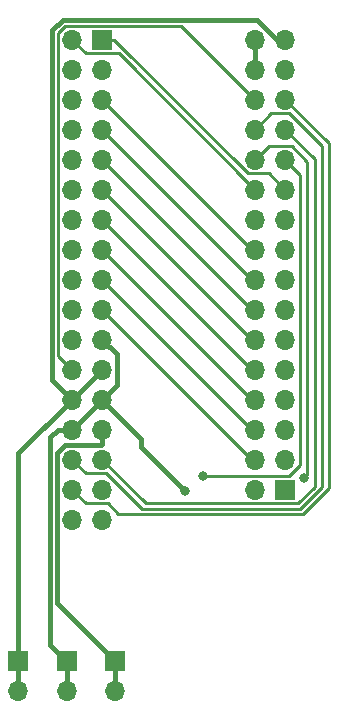
<source format=gbr>
%TF.GenerationSoftware,KiCad,Pcbnew,(5.1.9)-1*%
%TF.CreationDate,2021-05-11T19:40:18+08:00*%
%TF.ProjectId,TFTConv,54465443-6f6e-4762-9e6b-696361645f70,rev?*%
%TF.SameCoordinates,Original*%
%TF.FileFunction,Copper,L1,Top*%
%TF.FilePolarity,Positive*%
%FSLAX46Y46*%
G04 Gerber Fmt 4.6, Leading zero omitted, Abs format (unit mm)*
G04 Created by KiCad (PCBNEW (5.1.9)-1) date 2021-05-11 19:40:18*
%MOMM*%
%LPD*%
G01*
G04 APERTURE LIST*
%TA.AperFunction,ComponentPad*%
%ADD10O,1.700000X1.700000*%
%TD*%
%TA.AperFunction,ComponentPad*%
%ADD11R,1.700000X1.700000*%
%TD*%
%TA.AperFunction,ViaPad*%
%ADD12C,0.800000*%
%TD*%
%TA.AperFunction,Conductor*%
%ADD13C,0.381000*%
%TD*%
%TA.AperFunction,Conductor*%
%ADD14C,0.250000*%
%TD*%
%ADD15C,0.350000*%
G04 APERTURE END LIST*
D10*
%TO.P,J5,2*%
%TO.N,GND*%
X175700000Y-134240000D03*
D11*
%TO.P,J5,1*%
X175700000Y-131700000D03*
%TD*%
D10*
%TO.P,J4,2*%
%TO.N,+3V3*%
X171600000Y-134240000D03*
D11*
%TO.P,J4,1*%
X171600000Y-131700000D03*
%TD*%
D10*
%TO.P,J3,2*%
%TO.N,+5V*%
X179800000Y-134240000D03*
D11*
%TO.P,J3,1*%
X179800000Y-131700000D03*
%TD*%
D10*
%TO.P,J2,34*%
%TO.N,/T_CS*%
X176160000Y-119740000D03*
%TO.P,J2,33*%
%TO.N,/T_SCK*%
X178700000Y-119740000D03*
%TO.P,J2,32*%
%TO.N,/T_PEN*%
X176160000Y-117200000D03*
%TO.P,J2,31*%
%TO.N,Net-(J2-Pad31)*%
X178700000Y-117200000D03*
%TO.P,J2,30*%
%TO.N,/T_MISO*%
X176160000Y-114660000D03*
%TO.P,J2,29*%
%TO.N,/T_MOSI*%
X178700000Y-114660000D03*
%TO.P,J2,28*%
%TO.N,GND*%
X176160000Y-112120000D03*
%TO.P,J2,27*%
%TO.N,+5V*%
X178700000Y-112120000D03*
%TO.P,J2,26*%
%TO.N,+3V3*%
X176160000Y-109580000D03*
%TO.P,J2,25*%
%TO.N,GND*%
X178700000Y-109580000D03*
%TO.P,J2,24*%
%TO.N,/LCD_BL*%
X176160000Y-107040000D03*
%TO.P,J2,23*%
%TO.N,+3V3*%
X178700000Y-107040000D03*
%TO.P,J2,22*%
%TO.N,/FSMC_D15*%
X176160000Y-104500000D03*
%TO.P,J2,21*%
%TO.N,GND*%
X178700000Y-104500000D03*
%TO.P,J2,20*%
%TO.N,/FSMC_D13*%
X176160000Y-101960000D03*
%TO.P,J2,19*%
%TO.N,/FSMC_D14*%
X178700000Y-101960000D03*
%TO.P,J2,18*%
%TO.N,/FSMC_D11*%
X176160000Y-99420000D03*
%TO.P,J2,17*%
%TO.N,/FSMC_D12*%
X178700000Y-99420000D03*
%TO.P,J2,16*%
%TO.N,/FSMC_D9*%
X176160000Y-96880000D03*
%TO.P,J2,15*%
%TO.N,/FSMC_D10*%
X178700000Y-96880000D03*
%TO.P,J2,14*%
%TO.N,/FSMC_D7*%
X176160000Y-94340000D03*
%TO.P,J2,13*%
%TO.N,/FSMC_D8*%
X178700000Y-94340000D03*
%TO.P,J2,12*%
%TO.N,/FSMC_D5*%
X176160000Y-91800000D03*
%TO.P,J2,11*%
%TO.N,/FSMC_D6*%
X178700000Y-91800000D03*
%TO.P,J2,10*%
%TO.N,/FSMC_D3*%
X176160000Y-89260000D03*
%TO.P,J2,9*%
%TO.N,/FSMC_D4*%
X178700000Y-89260000D03*
%TO.P,J2,8*%
%TO.N,/FSMC_D1*%
X176160000Y-86720000D03*
%TO.P,J2,7*%
%TO.N,/FSMC_D2*%
X178700000Y-86720000D03*
%TO.P,J2,6*%
%TO.N,/RST*%
X176160000Y-84180000D03*
%TO.P,J2,5*%
%TO.N,/FSMC_D0*%
X178700000Y-84180000D03*
%TO.P,J2,4*%
%TO.N,/FSMC_NWE*%
X176160000Y-81640000D03*
%TO.P,J2,3*%
%TO.N,/FSMC_NOE*%
X178700000Y-81640000D03*
%TO.P,J2,2*%
%TO.N,/FSMC_NEx*%
X176160000Y-79100000D03*
D11*
%TO.P,J2,1*%
%TO.N,/FSMC_Ax*%
X178700000Y-79100000D03*
%TD*%
D10*
%TO.P,J1,32*%
%TO.N,GND2*%
X191660000Y-79100000D03*
%TO.P,J1,31*%
%TO.N,+3V3*%
X194200000Y-79100000D03*
%TO.P,J1,30*%
%TO.N,GND2*%
X191660000Y-81640000D03*
%TO.P,J1,29*%
%TO.N,Net-(J1-Pad29)*%
X194200000Y-81640000D03*
%TO.P,J1,28*%
%TO.N,/LCD_BL*%
X191660000Y-84180000D03*
%TO.P,J1,27*%
%TO.N,/T_PEN*%
X194200000Y-84180000D03*
%TO.P,J1,26*%
%TO.N,/T_MISO*%
X191660000Y-86720000D03*
%TO.P,J1,25*%
%TO.N,/T_MOSI*%
X194200000Y-86720000D03*
%TO.P,J1,24*%
%TO.N,/T_CS*%
X191660000Y-89260000D03*
%TO.P,J1,23*%
%TO.N,/T_SCK*%
X194200000Y-89260000D03*
%TO.P,J1,22*%
%TO.N,/FSMC_NEx*%
X191660000Y-91800000D03*
%TO.P,J1,21*%
%TO.N,/FSMC_Ax*%
X194200000Y-91800000D03*
%TO.P,J1,20*%
%TO.N,/FSMC_NWE*%
X191660000Y-94340000D03*
%TO.P,J1,19*%
%TO.N,/FSMC_NOE*%
X194200000Y-94340000D03*
%TO.P,J1,18*%
%TO.N,/FSMC_D0*%
X191660000Y-96880000D03*
%TO.P,J1,17*%
%TO.N,/FSMC_D1*%
X194200000Y-96880000D03*
%TO.P,J1,16*%
%TO.N,/FSMC_D2*%
X191660000Y-99420000D03*
%TO.P,J1,15*%
%TO.N,/FSMC_D3*%
X194200000Y-99420000D03*
%TO.P,J1,14*%
%TO.N,/FSMC_D4*%
X191660000Y-101960000D03*
%TO.P,J1,13*%
%TO.N,/FSMC_D5*%
X194200000Y-101960000D03*
%TO.P,J1,12*%
%TO.N,/FSMC_D6*%
X191660000Y-104500000D03*
%TO.P,J1,11*%
%TO.N,/FSMC_D7*%
X194200000Y-104500000D03*
%TO.P,J1,10*%
%TO.N,/FSMC_D8*%
X191660000Y-107040000D03*
%TO.P,J1,9*%
%TO.N,/FSMC_D9*%
X194200000Y-107040000D03*
%TO.P,J1,8*%
%TO.N,/FSMC_D10*%
X191660000Y-109580000D03*
%TO.P,J1,7*%
%TO.N,/FSMC_D11*%
X194200000Y-109580000D03*
%TO.P,J1,6*%
%TO.N,/FSMC_D12*%
X191660000Y-112120000D03*
%TO.P,J1,5*%
%TO.N,/FSMC_D13*%
X194200000Y-112120000D03*
%TO.P,J1,4*%
%TO.N,/FSMC_D14*%
X191660000Y-114660000D03*
%TO.P,J1,3*%
%TO.N,/FSMC_D15*%
X194200000Y-114660000D03*
%TO.P,J1,2*%
%TO.N,/RST*%
X191660000Y-117200000D03*
D11*
%TO.P,J1,1*%
%TO.N,GND*%
X194200000Y-117200000D03*
%TD*%
D12*
%TO.N,GND*%
X185700000Y-117300000D03*
%TO.N,/T_CS*%
X195800000Y-116200000D03*
%TO.N,/T_SCK*%
X187275001Y-116024999D03*
%TD*%
D13*
%TO.N,GND*%
X185700000Y-117300000D02*
X182000000Y-113600000D01*
X182000000Y-112880000D02*
X178700000Y-109580000D01*
X182000000Y-113600000D02*
X182000000Y-112880000D01*
X179940501Y-105740501D02*
X178700000Y-104500000D01*
X179940501Y-108339499D02*
X179940501Y-105740501D01*
X178700000Y-109580000D02*
X179940501Y-108339499D01*
X178700000Y-109580000D02*
X176160000Y-112120000D01*
X174338489Y-130338489D02*
X175700000Y-131700000D01*
X174338489Y-112739430D02*
X174338489Y-130338489D01*
X174957919Y-112120000D02*
X174338489Y-112739430D01*
X176160000Y-112120000D02*
X174957919Y-112120000D01*
X175700000Y-134240000D02*
X175700000Y-131700000D01*
%TO.N,GND2*%
X191660000Y-79100000D02*
X191660000Y-81640000D01*
%TO.N,+3V3*%
X174469489Y-107889489D02*
X176160000Y-109580000D01*
X174469489Y-78322468D02*
X174469489Y-107889489D01*
X175382468Y-77409489D02*
X174469489Y-78322468D01*
X191805431Y-77409489D02*
X175382468Y-77409489D01*
X193495942Y-79100000D02*
X191805431Y-77409489D01*
X194200000Y-79100000D02*
X193495942Y-79100000D01*
X176160000Y-109580000D02*
X178700000Y-107040000D01*
X171600000Y-114140000D02*
X171600000Y-131700000D01*
X176160000Y-109580000D02*
X171600000Y-114140000D01*
X171600000Y-134240000D02*
X171600000Y-131700000D01*
D14*
%TO.N,/LCD_BL*%
X174984999Y-105864999D02*
X176160000Y-107040000D01*
X174984999Y-78535999D02*
X174984999Y-105864999D01*
X175595999Y-77924999D02*
X174984999Y-78535999D01*
X185404999Y-77924999D02*
X175595999Y-77924999D01*
X191660000Y-84180000D02*
X185404999Y-77924999D01*
%TO.N,/T_PEN*%
X179175001Y-118375001D02*
X177335001Y-118375001D01*
X180075021Y-119275021D02*
X179175001Y-118375001D01*
X195682801Y-119275021D02*
X180075021Y-119275021D01*
X197900000Y-117057822D02*
X195682801Y-119275021D01*
X177335001Y-118375001D02*
X176160000Y-117200000D01*
X197900000Y-87880000D02*
X197900000Y-117057822D01*
X194200000Y-84180000D02*
X197900000Y-87880000D01*
%TO.N,/T_MISO*%
X177335001Y-115835001D02*
X176160000Y-114660000D01*
X179074003Y-115835001D02*
X177335001Y-115835001D01*
X182064013Y-118825011D02*
X179074003Y-115835001D01*
X197300000Y-117021412D02*
X195496401Y-118825011D01*
X195496401Y-118825011D02*
X182064013Y-118825011D01*
X194555001Y-85355001D02*
X197300000Y-88100000D01*
X197300000Y-88100000D02*
X197300000Y-117021412D01*
X193024999Y-85355001D02*
X194555001Y-85355001D01*
X191660000Y-86720000D02*
X193024999Y-85355001D01*
%TO.N,/T_MOSI*%
X182415001Y-118375001D02*
X178700000Y-114660000D01*
X195310001Y-118375001D02*
X182415001Y-118375001D01*
X196700000Y-116985002D02*
X195310001Y-118375001D01*
X196700000Y-89220000D02*
X196700000Y-116985002D01*
X194200000Y-86720000D02*
X196700000Y-89220000D01*
%TO.N,/T_CS*%
X196100000Y-115900000D02*
X195800000Y-116200000D01*
X196100000Y-89420998D02*
X196100000Y-115900000D01*
X194764001Y-88084999D02*
X196100000Y-89420998D01*
X192835001Y-88084999D02*
X194764001Y-88084999D01*
X191660000Y-89260000D02*
X192835001Y-88084999D01*
X195800000Y-116200000D02*
X195800000Y-116200000D01*
%TO.N,/T_SCK*%
X195500000Y-90560000D02*
X195500000Y-114200000D01*
X194200000Y-89260000D02*
X195500000Y-90560000D01*
X194574003Y-116024999D02*
X187275001Y-116024999D01*
X195500000Y-115099002D02*
X194574003Y-116024999D01*
X195500000Y-114200000D02*
X195500000Y-115099002D01*
%TO.N,/FSMC_NEx*%
X177335001Y-80275001D02*
X176160000Y-79100000D01*
X180135001Y-80275001D02*
X177335001Y-80275001D01*
X191660000Y-91800000D02*
X180135001Y-80275001D01*
%TO.N,/FSMC_Ax*%
X179760998Y-79100000D02*
X178700000Y-79100000D01*
X191095999Y-90435001D02*
X179760998Y-79100000D01*
X192835001Y-90435001D02*
X191095999Y-90435001D01*
X194200000Y-91800000D02*
X192835001Y-90435001D01*
%TO.N,/FSMC_D0*%
X191400000Y-96880000D02*
X191660000Y-96880000D01*
X178700000Y-84180000D02*
X191400000Y-96880000D01*
%TO.N,/FSMC_D2*%
X191400000Y-99420000D02*
X191660000Y-99420000D01*
X178700000Y-86720000D02*
X191400000Y-99420000D01*
%TO.N,/FSMC_D4*%
X191400000Y-101960000D02*
X191660000Y-101960000D01*
X178700000Y-89260000D02*
X191400000Y-101960000D01*
%TO.N,/FSMC_D6*%
X191400000Y-104500000D02*
X191660000Y-104500000D01*
X178700000Y-91800000D02*
X191400000Y-104500000D01*
%TO.N,/FSMC_D8*%
X191400000Y-107040000D02*
X191660000Y-107040000D01*
X178700000Y-94340000D02*
X191400000Y-107040000D01*
%TO.N,/FSMC_D10*%
X191400000Y-109580000D02*
X191660000Y-109580000D01*
X178700000Y-96880000D02*
X191400000Y-109580000D01*
%TO.N,/FSMC_D12*%
X191400000Y-112120000D02*
X191660000Y-112120000D01*
X178700000Y-99420000D02*
X191400000Y-112120000D01*
%TO.N,/FSMC_D14*%
X191400000Y-114660000D02*
X191660000Y-114660000D01*
X178700000Y-101960000D02*
X191400000Y-114660000D01*
D13*
%TO.N,+5V*%
X174919499Y-114064559D02*
X174919499Y-126819499D01*
X174919499Y-126819499D02*
X179800000Y-131700000D01*
X175564559Y-113419499D02*
X174919499Y-114064559D01*
X178602582Y-113419499D02*
X175564559Y-113419499D01*
X178700000Y-113322081D02*
X178602582Y-113419499D01*
X178700000Y-112120000D02*
X178700000Y-113322081D01*
X179800000Y-131700000D02*
X179800000Y-134240000D01*
%TD*%
D15*
X185700000Y-117300000D03*
X195800000Y-116200000D03*
X187275001Y-116024999D03*
X175700000Y-134240000D03*
X175700000Y-131700000D03*
X171600000Y-134240000D03*
X171600000Y-131700000D03*
X179800000Y-134240000D03*
X179800000Y-131700000D03*
X176160000Y-119740000D03*
X178700000Y-119740000D03*
X176160000Y-117200000D03*
X178700000Y-117200000D03*
X176160000Y-114660000D03*
X178700000Y-114660000D03*
X176160000Y-112120000D03*
X178700000Y-112120000D03*
X176160000Y-109580000D03*
X178700000Y-109580000D03*
X176160000Y-107040000D03*
X178700000Y-107040000D03*
X176160000Y-104500000D03*
X178700000Y-104500000D03*
X176160000Y-101960000D03*
X178700000Y-101960000D03*
X176160000Y-99420000D03*
X178700000Y-99420000D03*
X176160000Y-96880000D03*
X178700000Y-96880000D03*
X176160000Y-94340000D03*
X178700000Y-94340000D03*
X176160000Y-91800000D03*
X178700000Y-91800000D03*
X176160000Y-89260000D03*
X178700000Y-89260000D03*
X176160000Y-86720000D03*
X178700000Y-86720000D03*
X176160000Y-84180000D03*
X178700000Y-84180000D03*
X176160000Y-81640000D03*
X178700000Y-81640000D03*
X176160000Y-79100000D03*
X178700000Y-79100000D03*
X191660000Y-79100000D03*
X194200000Y-79100000D03*
X191660000Y-81640000D03*
X194200000Y-81640000D03*
X191660000Y-84180000D03*
X194200000Y-84180000D03*
X191660000Y-86720000D03*
X194200000Y-86720000D03*
X191660000Y-89260000D03*
X194200000Y-89260000D03*
X191660000Y-91800000D03*
X194200000Y-91800000D03*
X191660000Y-94340000D03*
X194200000Y-94340000D03*
X191660000Y-96880000D03*
X194200000Y-96880000D03*
X191660000Y-99420000D03*
X194200000Y-99420000D03*
X191660000Y-101960000D03*
X194200000Y-101960000D03*
X191660000Y-104500000D03*
X194200000Y-104500000D03*
X191660000Y-107040000D03*
X194200000Y-107040000D03*
X191660000Y-109580000D03*
X194200000Y-109580000D03*
X191660000Y-112120000D03*
X194200000Y-112120000D03*
X191660000Y-114660000D03*
X194200000Y-114660000D03*
X191660000Y-117200000D03*
X194200000Y-117200000D03*
M02*

</source>
